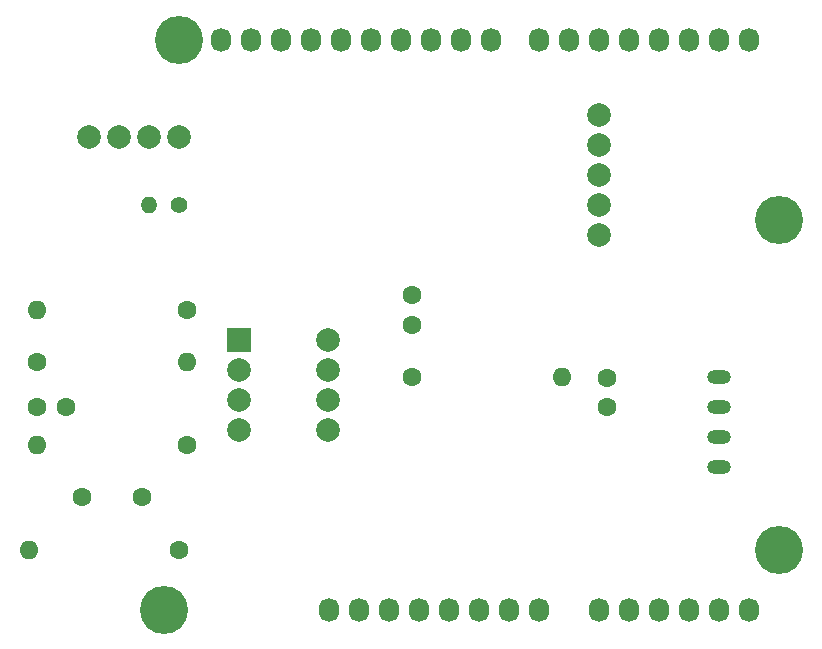
<source format=gbr>
G04 #@! TF.GenerationSoftware,KiCad,Pcbnew,(5.1.2)-2*
G04 #@! TF.CreationDate,2021-03-29T10:10:18+02:00*
G04 #@! TF.ProjectId,Projet_Cabinet,50726f6a-6574-45f4-9361-62696e65742e,rev?*
G04 #@! TF.SameCoordinates,Original*
G04 #@! TF.FileFunction,Copper,L1,Top*
G04 #@! TF.FilePolarity,Positive*
%FSLAX46Y46*%
G04 Gerber Fmt 4.6, Leading zero omitted, Abs format (unit mm)*
G04 Created by KiCad (PCBNEW (5.1.2)-2) date 2021-03-29 10:10:18*
%MOMM*%
%LPD*%
G04 APERTURE LIST*
%ADD10O,2.000000X1.200000*%
%ADD11C,2.000000*%
%ADD12R,2.000000X2.000000*%
%ADD13O,1.600000X1.600000*%
%ADD14C,1.600000*%
%ADD15O,1.400000X1.400000*%
%ADD16C,1.400000*%
%ADD17O,1.727200X2.032000*%
%ADD18C,4.064000*%
%ADD19C,0.500000*%
G04 APERTURE END LIST*
D10*
X171958000Y-111760000D03*
X171958000Y-109220000D03*
X171958000Y-106680000D03*
X171958000Y-104140000D03*
D11*
X161798000Y-92075000D03*
X161798000Y-89535000D03*
X161798000Y-86995000D03*
X161798000Y-84455000D03*
X161798000Y-81915000D03*
X118618000Y-83820000D03*
X121158000Y-83820000D03*
X123698000Y-83820000D03*
X126238000Y-83820000D03*
X131318000Y-108585000D03*
X138838000Y-108585000D03*
X131318000Y-106045000D03*
X138838000Y-106045000D03*
X131318000Y-103505000D03*
X138838000Y-103505000D03*
D12*
X131318000Y-100965000D03*
D11*
X138838000Y-100965000D03*
D13*
X158623000Y-104140000D03*
D14*
X145923000Y-104140000D03*
D13*
X114173000Y-98425000D03*
D14*
X126873000Y-98425000D03*
D13*
X113538000Y-118745000D03*
D14*
X126238000Y-118745000D03*
D13*
X114173000Y-109855000D03*
D14*
X126873000Y-109855000D03*
D13*
X126873000Y-102870000D03*
D14*
X114173000Y-102870000D03*
D15*
X123698000Y-89535000D03*
D16*
X126238000Y-89535000D03*
D14*
X118063000Y-114300000D03*
X123063000Y-114300000D03*
X145923000Y-97195000D03*
X145923000Y-99695000D03*
X162433000Y-104180000D03*
X162433000Y-106680000D03*
X116673000Y-106680000D03*
X114173000Y-106680000D03*
D17*
X138938000Y-123825000D03*
X141478000Y-123825000D03*
X144018000Y-123825000D03*
X146558000Y-123825000D03*
X149098000Y-123825000D03*
X151638000Y-123825000D03*
X154178000Y-123825000D03*
X156718000Y-123825000D03*
X161798000Y-123825000D03*
X164338000Y-123825000D03*
X166878000Y-123825000D03*
X169418000Y-123825000D03*
X171958000Y-123825000D03*
X174498000Y-123825000D03*
X129794000Y-75565000D03*
X132334000Y-75565000D03*
X134874000Y-75565000D03*
X137414000Y-75565000D03*
X139954000Y-75565000D03*
X142494000Y-75565000D03*
X145034000Y-75565000D03*
X147574000Y-75565000D03*
X150114000Y-75565000D03*
X152654000Y-75565000D03*
X156718000Y-75565000D03*
X159258000Y-75565000D03*
X161798000Y-75565000D03*
X164338000Y-75565000D03*
X166878000Y-75565000D03*
X169418000Y-75565000D03*
X171958000Y-75565000D03*
X174498000Y-75565000D03*
D18*
X124968000Y-123825000D03*
X177038000Y-118745000D03*
X126238000Y-75565000D03*
X177038000Y-90805000D03*
D19*
X149098000Y-123825000D02*
X149098000Y-123672600D01*
M02*

</source>
